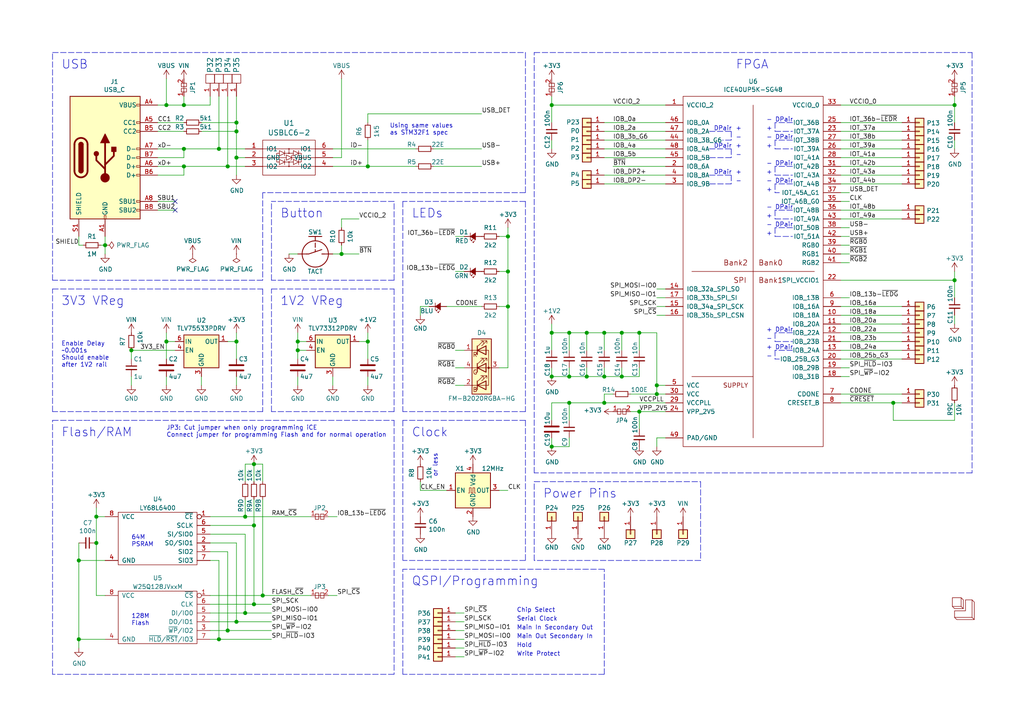
<source format=kicad_sch>
(kicad_sch (version 20201015) (generator eeschema)
  (paper "A4")
  (title_block (title "iCEBreaker Bitsy") (date "2020-10-19") (rev "v1.1b") (company "1BitSquared") (comment 1 "© 2018-2020 1BitSquared <info@1bitsquared.com>") (comment 2 "© 2018-2020 Piotr Esden-Tempski <piotr@esden.net>") (comment 3 "© 2020 Jordi Pakey-Rodriguez <jordi@1bitsquared.com>") (comment 4 "License: CC BY-SA 4.0"))
  (junction (at 22.86 162.56) (diameter 1.016))
  (junction (at 22.86 185.42) (diameter 1.016))
  (junction (at 27.94 149.86) (diameter 1.016))
  (junction (at 27.94 157.48) (diameter 1.016))
  (junction (at 30.48 71.12) (diameter 1.016))
  (junction (at 38.1 101.6) (diameter 1.016))
  (junction (at 48.26 30.48) (diameter 1.016))
  (junction (at 48.26 99.06) (diameter 1.016))
  (junction (at 53.34 30.48) (diameter 1.016))
  (junction (at 53.34 43.18) (diameter 1.016))
  (junction (at 53.34 48.26) (diameter 1.016))
  (junction (at 63.5 43.18) (diameter 1.016))
  (junction (at 63.5 185.42) (diameter 1.016))
  (junction (at 66.04 48.26) (diameter 1.016))
  (junction (at 66.04 182.88) (diameter 1.016))
  (junction (at 68.58 35.56) (diameter 1.016))
  (junction (at 68.58 38.1) (diameter 1.016))
  (junction (at 68.58 45.72) (diameter 1.016))
  (junction (at 68.58 99.06) (diameter 1.016))
  (junction (at 68.58 180.34) (diameter 1.016))
  (junction (at 71.12 149.86) (diameter 1.016))
  (junction (at 71.12 177.8) (diameter 1.016))
  (junction (at 73.66 134.62) (diameter 1.016))
  (junction (at 73.66 152.4) (diameter 1.016))
  (junction (at 73.66 175.26) (diameter 1.016))
  (junction (at 76.2 172.72) (diameter 1.016))
  (junction (at 86.36 99.06) (diameter 1.016))
  (junction (at 86.36 101.6) (diameter 1.016))
  (junction (at 99.06 73.66) (diameter 1.016))
  (junction (at 106.68 48.26) (diameter 1.016))
  (junction (at 106.68 99.06) (diameter 1.016))
  (junction (at 147.32 68.58) (diameter 1.016))
  (junction (at 147.32 78.74) (diameter 1.016))
  (junction (at 147.32 88.9) (diameter 1.016))
  (junction (at 160.02 30.48) (diameter 1.016))
  (junction (at 160.02 96.52) (diameter 1.016))
  (junction (at 160.02 109.22) (diameter 1.016))
  (junction (at 160.02 129.54) (diameter 1.016))
  (junction (at 165.1 96.52) (diameter 1.016))
  (junction (at 165.1 109.22) (diameter 1.016))
  (junction (at 165.1 116.84) (diameter 1.016))
  (junction (at 170.18 96.52) (diameter 1.016))
  (junction (at 170.18 109.22) (diameter 1.016))
  (junction (at 175.26 96.52) (diameter 1.016))
  (junction (at 175.26 109.22) (diameter 1.016))
  (junction (at 175.26 116.84) (diameter 1.016))
  (junction (at 180.34 96.52) (diameter 1.016))
  (junction (at 180.34 109.22) (diameter 1.016))
  (junction (at 185.42 96.52) (diameter 1.016))
  (junction (at 185.42 119.38) (diameter 1.016))
  (junction (at 190.5 111.76) (diameter 1.016))
  (junction (at 190.5 114.3) (diameter 1.016))
  (junction (at 259.08 116.84) (diameter 1.016))
  (junction (at 276.86 30.48) (diameter 1.016))
  (junction (at 276.86 81.28) (diameter 1.016))
  (no_connect (at 50.8 58.42))
  (no_connect (at 50.8 60.96))
  (wire (pts (xy 22.86 68.58) (xy 22.86 71.12)))
  (wire (pts (xy 22.86 71.12) (xy 24.13 71.12)))
  (wire (pts (xy 22.86 157.48) (xy 22.86 162.56)))
  (wire (pts (xy 22.86 162.56) (xy 22.86 185.42)))
  (wire (pts (xy 22.86 185.42) (xy 22.86 187.96)))
  (wire (pts (xy 22.86 185.42) (xy 30.48 185.42)))
  (wire (pts (xy 27.94 149.86) (xy 27.94 147.32)))
  (wire (pts (xy 27.94 149.86) (xy 27.94 157.48)))
  (wire (pts (xy 27.94 157.48) (xy 27.94 172.72)))
  (wire (pts (xy 27.94 172.72) (xy 30.48 172.72)))
  (wire (pts (xy 29.21 71.12) (xy 30.48 71.12)))
  (wire (pts (xy 30.48 71.12) (xy 30.48 68.58)))
  (wire (pts (xy 30.48 71.12) (xy 30.48 73.66)))
  (wire (pts (xy 30.48 149.86) (xy 27.94 149.86)))
  (wire (pts (xy 30.48 162.56) (xy 22.86 162.56)))
  (wire (pts (xy 38.1 101.6) (xy 38.1 104.14)))
  (wire (pts (xy 38.1 101.6) (xy 50.8 101.6)))
  (wire (pts (xy 38.1 111.76) (xy 38.1 109.22)))
  (wire (pts (xy 45.72 30.48) (xy 48.26 30.48)))
  (wire (pts (xy 45.72 35.56) (xy 53.34 35.56)))
  (wire (pts (xy 45.72 38.1) (xy 53.34 38.1)))
  (wire (pts (xy 45.72 43.18) (xy 53.34 43.18)))
  (wire (pts (xy 45.72 45.72) (xy 53.34 45.72)))
  (wire (pts (xy 45.72 48.26) (xy 53.34 48.26)))
  (wire (pts (xy 45.72 50.8) (xy 53.34 50.8)))
  (wire (pts (xy 45.72 58.42) (xy 50.8 58.42)))
  (wire (pts (xy 45.72 60.96) (xy 50.8 60.96)))
  (wire (pts (xy 48.26 30.48) (xy 48.26 22.86)))
  (wire (pts (xy 48.26 30.48) (xy 53.34 30.48)))
  (wire (pts (xy 48.26 99.06) (xy 48.26 96.52)))
  (wire (pts (xy 48.26 99.06) (xy 50.8 99.06)))
  (wire (pts (xy 48.26 104.14) (xy 48.26 99.06)))
  (wire (pts (xy 48.26 109.22) (xy 48.26 111.76)))
  (wire (pts (xy 53.34 27.94) (xy 53.34 30.48)))
  (wire (pts (xy 53.34 43.18) (xy 63.5 43.18)))
  (wire (pts (xy 53.34 45.72) (xy 53.34 43.18)))
  (wire (pts (xy 53.34 48.26) (xy 66.04 48.26)))
  (wire (pts (xy 53.34 50.8) (xy 53.34 48.26)))
  (wire (pts (xy 58.42 35.56) (xy 68.58 35.56)))
  (wire (pts (xy 58.42 38.1) (xy 68.58 38.1)))
  (wire (pts (xy 58.42 109.22) (xy 58.42 111.76)))
  (wire (pts (xy 60.96 27.94) (xy 60.96 30.48)))
  (wire (pts (xy 60.96 30.48) (xy 53.34 30.48)))
  (wire (pts (xy 60.96 149.86) (xy 71.12 149.86)))
  (wire (pts (xy 60.96 154.94) (xy 71.12 154.94)))
  (wire (pts (xy 60.96 157.48) (xy 68.58 157.48)))
  (wire (pts (xy 60.96 160.02) (xy 66.04 160.02)))
  (wire (pts (xy 60.96 162.56) (xy 63.5 162.56)))
  (wire (pts (xy 60.96 172.72) (xy 76.2 172.72)))
  (wire (pts (xy 60.96 175.26) (xy 73.66 175.26)))
  (wire (pts (xy 60.96 177.8) (xy 71.12 177.8)))
  (wire (pts (xy 60.96 180.34) (xy 68.58 180.34)))
  (wire (pts (xy 60.96 182.88) (xy 66.04 182.88)))
  (wire (pts (xy 60.96 185.42) (xy 63.5 185.42)))
  (wire (pts (xy 63.5 27.94) (xy 63.5 43.18)))
  (wire (pts (xy 63.5 43.18) (xy 71.12 43.18)))
  (wire (pts (xy 63.5 162.56) (xy 63.5 185.42)))
  (wire (pts (xy 63.5 185.42) (xy 78.74 185.42)))
  (wire (pts (xy 66.04 27.94) (xy 66.04 48.26)))
  (wire (pts (xy 66.04 48.26) (xy 71.12 48.26)))
  (wire (pts (xy 66.04 99.06) (xy 68.58 99.06)))
  (wire (pts (xy 66.04 160.02) (xy 66.04 182.88)))
  (wire (pts (xy 66.04 182.88) (xy 78.74 182.88)))
  (wire (pts (xy 68.58 27.94) (xy 68.58 35.56)))
  (wire (pts (xy 68.58 35.56) (xy 68.58 38.1)))
  (wire (pts (xy 68.58 38.1) (xy 68.58 45.72)))
  (wire (pts (xy 68.58 45.72) (xy 68.58 50.8)))
  (wire (pts (xy 68.58 99.06) (xy 68.58 96.52)))
  (wire (pts (xy 68.58 99.06) (xy 68.58 104.14)))
  (wire (pts (xy 68.58 111.76) (xy 68.58 109.22)))
  (wire (pts (xy 68.58 157.48) (xy 68.58 180.34)))
  (wire (pts (xy 68.58 180.34) (xy 78.74 180.34)))
  (wire (pts (xy 71.12 45.72) (xy 68.58 45.72)))
  (wire (pts (xy 71.12 134.62) (xy 71.12 139.7)))
  (wire (pts (xy 71.12 149.86) (xy 71.12 144.78)))
  (wire (pts (xy 71.12 149.86) (xy 90.17 149.86)))
  (wire (pts (xy 71.12 154.94) (xy 71.12 177.8)))
  (wire (pts (xy 71.12 177.8) (xy 78.74 177.8)))
  (wire (pts (xy 73.66 134.62) (xy 71.12 134.62)))
  (wire (pts (xy 73.66 134.62) (xy 76.2 134.62)))
  (wire (pts (xy 73.66 139.7) (xy 73.66 134.62)))
  (wire (pts (xy 73.66 152.4) (xy 60.96 152.4)))
  (wire (pts (xy 73.66 152.4) (xy 73.66 144.78)))
  (wire (pts (xy 73.66 152.4) (xy 73.66 175.26)))
  (wire (pts (xy 73.66 175.26) (xy 78.74 175.26)))
  (wire (pts (xy 76.2 134.62) (xy 76.2 139.7)))
  (wire (pts (xy 76.2 144.78) (xy 76.2 172.72)))
  (wire (pts (xy 76.2 172.72) (xy 90.17 172.72)))
  (wire (pts (xy 86.36 73.66) (xy 83.82 73.66)))
  (wire (pts (xy 86.36 99.06) (xy 86.36 96.52)))
  (wire (pts (xy 86.36 99.06) (xy 88.9 99.06)))
  (wire (pts (xy 86.36 101.6) (xy 86.36 99.06)))
  (wire (pts (xy 86.36 104.14) (xy 86.36 101.6)))
  (wire (pts (xy 86.36 109.22) (xy 86.36 111.76)))
  (wire (pts (xy 88.9 101.6) (xy 86.36 101.6)))
  (wire (pts (xy 95.25 149.86) (xy 97.79 149.86)))
  (wire (pts (xy 95.25 172.72) (xy 97.79 172.72)))
  (wire (pts (xy 96.52 43.18) (xy 120.65 43.18)))
  (wire (pts (xy 96.52 45.72) (xy 99.06 45.72)))
  (wire (pts (xy 96.52 48.26) (xy 106.68 48.26)))
  (wire (pts (xy 96.52 73.66) (xy 99.06 73.66)))
  (wire (pts (xy 96.52 109.22) (xy 96.52 111.76)))
  (wire (pts (xy 99.06 45.72) (xy 99.06 22.86)))
  (wire (pts (xy 99.06 63.5) (xy 99.06 66.04)))
  (wire (pts (xy 99.06 73.66) (xy 99.06 71.12)))
  (wire (pts (xy 99.06 73.66) (xy 104.14 73.66)))
  (wire (pts (xy 104.14 63.5) (xy 99.06 63.5)))
  (wire (pts (xy 104.14 99.06) (xy 106.68 99.06)))
  (wire (pts (xy 106.68 33.02) (xy 139.7 33.02)))
  (wire (pts (xy 106.68 35.56) (xy 106.68 33.02)))
  (wire (pts (xy 106.68 48.26) (xy 106.68 40.64)))
  (wire (pts (xy 106.68 48.26) (xy 120.65 48.26)))
  (wire (pts (xy 106.68 99.06) (xy 106.68 96.52)))
  (wire (pts (xy 106.68 99.06) (xy 106.68 104.14)))
  (wire (pts (xy 106.68 111.76) (xy 106.68 109.22)))
  (wire (pts (xy 121.92 88.9) (xy 121.92 91.44)))
  (wire (pts (xy 121.92 142.24) (xy 121.92 139.7)))
  (wire (pts (xy 121.92 142.24) (xy 129.54 142.24)))
  (wire (pts (xy 124.46 88.9) (xy 121.92 88.9)))
  (wire (pts (xy 125.73 43.18) (xy 139.7 43.18)))
  (wire (pts (xy 125.73 48.26) (xy 139.7 48.26)))
  (wire (pts (xy 129.54 88.9) (xy 139.7 88.9)))
  (wire (pts (xy 132.08 101.6) (xy 134.62 101.6)))
  (wire (pts (xy 132.08 106.68) (xy 134.62 106.68)))
  (wire (pts (xy 132.08 111.76) (xy 134.62 111.76)))
  (wire (pts (xy 132.08 177.8) (xy 134.62 177.8)))
  (wire (pts (xy 132.08 180.34) (xy 134.62 180.34)))
  (wire (pts (xy 132.08 187.96) (xy 134.62 187.96)))
  (wire (pts (xy 134.62 68.58) (xy 132.08 68.58)))
  (wire (pts (xy 134.62 78.74) (xy 132.08 78.74)))
  (wire (pts (xy 134.62 182.88) (xy 132.08 182.88)))
  (wire (pts (xy 134.62 185.42) (xy 132.08 185.42)))
  (wire (pts (xy 134.62 190.5) (xy 132.08 190.5)))
  (wire (pts (xy 144.78 68.58) (xy 147.32 68.58)))
  (wire (pts (xy 144.78 78.74) (xy 147.32 78.74)))
  (wire (pts (xy 144.78 88.9) (xy 147.32 88.9)))
  (wire (pts (xy 144.78 106.68) (xy 147.32 106.68)))
  (wire (pts (xy 144.78 142.24) (xy 147.32 142.24)))
  (wire (pts (xy 147.32 68.58) (xy 147.32 66.04)))
  (wire (pts (xy 147.32 78.74) (xy 147.32 68.58)))
  (wire (pts (xy 147.32 88.9) (xy 147.32 78.74)))
  (wire (pts (xy 147.32 106.68) (xy 147.32 88.9)))
  (wire (pts (xy 160.02 27.94) (xy 160.02 30.48)))
  (wire (pts (xy 160.02 30.48) (xy 160.02 35.56)))
  (wire (pts (xy 160.02 30.48) (xy 193.04 30.48)))
  (wire (pts (xy 160.02 43.18) (xy 160.02 40.64)))
  (wire (pts (xy 160.02 93.98) (xy 160.02 96.52)))
  (wire (pts (xy 160.02 96.52) (xy 160.02 101.6)))
  (wire (pts (xy 160.02 106.68) (xy 160.02 109.22)))
  (wire (pts (xy 160.02 109.22) (xy 165.1 109.22)))
  (wire (pts (xy 160.02 116.84) (xy 165.1 116.84)))
  (wire (pts (xy 160.02 121.92) (xy 160.02 116.84)))
  (wire (pts (xy 160.02 127) (xy 160.02 129.54)))
  (wire (pts (xy 160.02 129.54) (xy 165.1 129.54)))
  (wire (pts (xy 165.1 96.52) (xy 160.02 96.52)))
  (wire (pts (xy 165.1 96.52) (xy 165.1 101.6)))
  (wire (pts (xy 165.1 106.68) (xy 165.1 109.22)))
  (wire (pts (xy 165.1 109.22) (xy 170.18 109.22)))
  (wire (pts (xy 165.1 116.84) (xy 165.1 121.92)))
  (wire (pts (xy 165.1 127) (xy 165.1 129.54)))
  (wire (pts (xy 170.18 96.52) (xy 165.1 96.52)))
  (wire (pts (xy 170.18 96.52) (xy 170.18 101.6)))
  (wire (pts (xy 170.18 109.22) (xy 170.18 106.68)))
  (wire (pts (xy 175.26 96.52) (xy 170.18 96.52)))
  (wire (pts (xy 175.26 96.52) (xy 175.26 101.6)))
  (wire (pts (xy 175.26 106.68) (xy 175.26 109.22)))
  (wire (pts (xy 175.26 109.22) (xy 170.18 109.22)))
  (wire (pts (xy 175.26 114.3) (xy 175.26 116.84)))
  (wire (pts (xy 175.26 116.84) (xy 165.1 116.84)))
  (wire (pts (xy 177.8 114.3) (xy 175.26 114.3)))
  (wire (pts (xy 180.34 96.52) (xy 175.26 96.52)))
  (wire (pts (xy 180.34 96.52) (xy 180.34 101.6)))
  (wire (pts (xy 180.34 106.68) (xy 180.34 109.22)))
  (wire (pts (xy 180.34 109.22) (xy 175.26 109.22)))
  (wire (pts (xy 182.88 119.38) (xy 185.42 119.38)))
  (wire (pts (xy 185.42 96.52) (xy 180.34 96.52)))
  (wire (pts (xy 185.42 96.52) (xy 185.42 101.6)))
  (wire (pts (xy 185.42 106.68) (xy 185.42 109.22)))
  (wire (pts (xy 185.42 109.22) (xy 180.34 109.22)))
  (wire (pts (xy 185.42 119.38) (xy 193.04 119.38)))
  (wire (pts (xy 185.42 124.46) (xy 185.42 119.38)))
  (wire (pts (xy 190.5 96.52) (xy 185.42 96.52)))
  (wire (pts (xy 190.5 96.52) (xy 190.5 111.76)))
  (wire (pts (xy 190.5 111.76) (xy 190.5 114.3)))
  (wire (pts (xy 190.5 114.3) (xy 182.88 114.3)))
  (wire (pts (xy 190.5 127) (xy 190.5 129.54)))
  (wire (pts (xy 193.04 35.56) (xy 175.26 35.56)))
  (wire (pts (xy 193.04 38.1) (xy 175.26 38.1)))
  (wire (pts (xy 193.04 40.64) (xy 175.26 40.64)))
  (wire (pts (xy 193.04 43.18) (xy 175.26 43.18)))
  (wire (pts (xy 193.04 45.72) (xy 175.26 45.72)))
  (wire (pts (xy 193.04 48.26) (xy 177.8 48.26)))
  (wire (pts (xy 193.04 50.8) (xy 175.26 50.8)))
  (wire (pts (xy 193.04 53.34) (xy 175.26 53.34)))
  (wire (pts (xy 193.04 83.82) (xy 190.5 83.82)))
  (wire (pts (xy 193.04 86.36) (xy 190.5 86.36)))
  (wire (pts (xy 193.04 88.9) (xy 190.5 88.9)))
  (wire (pts (xy 193.04 91.44) (xy 190.5 91.44)))
  (wire (pts (xy 193.04 111.76) (xy 190.5 111.76)))
  (wire (pts (xy 193.04 114.3) (xy 190.5 114.3)))
  (wire (pts (xy 193.04 116.84) (xy 175.26 116.84)))
  (wire (pts (xy 193.04 127) (xy 190.5 127)))
  (wire (pts (xy 243.84 30.48) (xy 276.86 30.48)))
  (wire (pts (xy 243.84 35.56) (xy 261.62 35.56)))
  (wire (pts (xy 243.84 38.1) (xy 261.62 38.1)))
  (wire (pts (xy 243.84 40.64) (xy 261.62 40.64)))
  (wire (pts (xy 243.84 43.18) (xy 261.62 43.18)))
  (wire (pts (xy 243.84 45.72) (xy 261.62 45.72)))
  (wire (pts (xy 243.84 48.26) (xy 261.62 48.26)))
  (wire (pts (xy 243.84 50.8) (xy 261.62 50.8)))
  (wire (pts (xy 243.84 53.34) (xy 261.62 53.34)))
  (wire (pts (xy 243.84 55.88) (xy 246.38 55.88)))
  (wire (pts (xy 243.84 58.42) (xy 246.38 58.42)))
  (wire (pts (xy 243.84 60.96) (xy 261.62 60.96)))
  (wire (pts (xy 243.84 63.5) (xy 261.62 63.5)))
  (wire (pts (xy 243.84 66.04) (xy 246.38 66.04)))
  (wire (pts (xy 243.84 68.58) (xy 246.38 68.58)))
  (wire (pts (xy 243.84 71.12) (xy 246.38 71.12)))
  (wire (pts (xy 243.84 73.66) (xy 246.38 73.66)))
  (wire (pts (xy 243.84 76.2) (xy 246.38 76.2)))
  (wire (pts (xy 243.84 81.28) (xy 276.86 81.28)))
  (wire (pts (xy 243.84 86.36) (xy 246.38 86.36)))
  (wire (pts (xy 243.84 88.9) (xy 261.62 88.9)))
  (wire (pts (xy 243.84 91.44) (xy 261.62 91.44)))
  (wire (pts (xy 243.84 93.98) (xy 261.62 93.98)))
  (wire (pts (xy 243.84 96.52) (xy 261.62 96.52)))
  (wire (pts (xy 243.84 99.06) (xy 261.62 99.06)))
  (wire (pts (xy 243.84 101.6) (xy 261.62 101.6)))
  (wire (pts (xy 243.84 104.14) (xy 261.62 104.14)))
  (wire (pts (xy 243.84 106.68) (xy 246.38 106.68)))
  (wire (pts (xy 243.84 109.22) (xy 246.38 109.22)))
  (wire (pts (xy 243.84 114.3) (xy 261.62 114.3)))
  (wire (pts (xy 243.84 116.84) (xy 259.08 116.84)))
  (wire (pts (xy 259.08 116.84) (xy 259.08 121.92)))
  (wire (pts (xy 259.08 116.84) (xy 261.62 116.84)))
  (wire (pts (xy 259.08 121.92) (xy 276.86 121.92)))
  (wire (pts (xy 276.86 27.94) (xy 276.86 30.48)))
  (wire (pts (xy 276.86 30.48) (xy 276.86 35.56)))
  (wire (pts (xy 276.86 43.18) (xy 276.86 40.64)))
  (wire (pts (xy 276.86 81.28) (xy 276.86 78.74)))
  (wire (pts (xy 276.86 81.28) (xy 276.86 86.36)))
  (wire (pts (xy 276.86 93.98) (xy 276.86 91.44)))
  (wire (pts (xy 276.86 121.92) (xy 276.86 116.84)))
  (polyline (pts (xy 15.24 15.24) (xy 152.4 15.24)) (stroke (width 0) (type dash)))
  (polyline (pts (xy 15.24 81.28) (xy 15.24 15.24)) (stroke (width 0) (type dash)))
  (polyline (pts (xy 15.24 83.82) (xy 76.2 83.82)) (stroke (width 0) (type dash)))
  (polyline (pts (xy 15.24 119.38) (xy 15.24 83.82)) (stroke (width 0) (type dash)))
  (polyline (pts (xy 15.24 121.92) (xy 114.3 121.92)) (stroke (width 0) (type dash)))
  (polyline (pts (xy 15.24 195.58) (xy 15.24 121.92)) (stroke (width 0) (type dash)))
  (polyline (pts (xy 76.2 55.88) (xy 76.2 81.28)) (stroke (width 0) (type dash)))
  (polyline (pts (xy 76.2 81.28) (xy 15.24 81.28)) (stroke (width 0) (type dash)))
  (polyline (pts (xy 76.2 83.82) (xy 76.2 119.38)) (stroke (width 0) (type dash)))
  (polyline (pts (xy 76.2 119.38) (xy 15.24 119.38)) (stroke (width 0) (type dash)))
  (polyline (pts (xy 78.74 81.28) (xy 78.74 58.42)) (stroke (width 0) (type dash)))
  (polyline (pts (xy 78.74 83.82) (xy 114.3 83.82)) (stroke (width 0) (type dash)))
  (polyline (pts (xy 78.74 119.38) (xy 78.74 83.82)) (stroke (width 0) (type dash)))
  (polyline (pts (xy 114.3 58.42) (xy 78.74 58.42)) (stroke (width 0) (type dash)))
  (polyline (pts (xy 114.3 81.28) (xy 78.74 81.28)) (stroke (width 0) (type dash)))
  (polyline (pts (xy 114.3 81.28) (xy 114.3 58.42)) (stroke (width 0) (type dash)))
  (polyline (pts (xy 114.3 83.82) (xy 114.3 119.38)) (stroke (width 0) (type dash)))
  (polyline (pts (xy 114.3 119.38) (xy 78.74 119.38)) (stroke (width 0) (type dash)))
  (polyline (pts (xy 114.3 121.92) (xy 114.3 195.58)) (stroke (width 0) (type dash)))
  (polyline (pts (xy 114.3 195.58) (xy 15.24 195.58)) (stroke (width 0) (type dash)))
  (polyline (pts (xy 116.84 58.42) (xy 116.84 119.38)) (stroke (width 0) (type dash)))
  (polyline (pts (xy 116.84 121.92) (xy 116.84 162.56)) (stroke (width 0) (type dash)))
  (polyline (pts (xy 116.84 195.58) (xy 116.84 165.1)) (stroke (width 0) (type dash)))
  (polyline (pts (xy 152.4 15.24) (xy 152.4 55.88)) (stroke (width 0) (type dash)))
  (polyline (pts (xy 152.4 55.88) (xy 76.2 55.88)) (stroke (width 0) (type dash)))
  (polyline (pts (xy 152.4 58.42) (xy 116.84 58.42)) (stroke (width 0) (type dash)))
  (polyline (pts (xy 152.4 58.42) (xy 152.4 119.38)) (stroke (width 0) (type dash)))
  (polyline (pts (xy 152.4 119.38) (xy 116.84 119.38)) (stroke (width 0) (type dash)))
  (polyline (pts (xy 152.4 121.92) (xy 116.84 121.92)) (stroke (width 0) (type dash)))
  (polyline (pts (xy 152.4 121.92) (xy 152.4 162.56)) (stroke (width 0) (type dash)))
  (polyline (pts (xy 152.4 162.56) (xy 116.84 162.56)) (stroke (width 0) (type dash)))
  (polyline (pts (xy 154.94 15.24) (xy 281.94 15.24)) (stroke (width 0) (type dash)))
  (polyline (pts (xy 154.94 137.16) (xy 154.94 15.24)) (stroke (width 0) (type dash)))
  (polyline (pts (xy 154.94 139.7) (xy 203.2 139.7)) (stroke (width 0) (type dash)))
  (polyline (pts (xy 154.94 162.56) (xy 154.94 139.7)) (stroke (width 0) (type dash)))
  (polyline (pts (xy 175.26 165.1) (xy 116.84 165.1)) (stroke (width 0) (type dash)))
  (polyline (pts (xy 175.26 195.58) (xy 116.84 195.58)) (stroke (width 0) (type dash)))
  (polyline (pts (xy 175.26 195.58) (xy 175.26 165.1)) (stroke (width 0) (type dash)))
  (polyline (pts (xy 203.2 139.7) (xy 203.2 162.56)) (stroke (width 0) (type dash)))
  (polyline (pts (xy 203.2 162.56) (xy 154.94 162.56)) (stroke (width 0) (type dash)))
  (polyline (pts (xy 205.74 38.1) (xy 212.09 38.1)) (stroke (width 0) (type dash)))
  (polyline (pts (xy 205.74 43.18) (xy 212.09 43.18)) (stroke (width 0) (type dash)))
  (polyline (pts (xy 205.74 50.8) (xy 212.09 50.8)) (stroke (width 0) (type dash)))
  (polyline (pts (xy 212.09 38.1) (xy 212.09 40.64)) (stroke (width 0) (type dash)))
  (polyline (pts (xy 212.09 40.64) (xy 209.55 40.64)) (stroke (width 0) (type dash)))
  (polyline (pts (xy 212.09 43.18) (xy 212.09 45.72)) (stroke (width 0) (type dash)))
  (polyline (pts (xy 212.09 45.72) (xy 205.74 45.72)) (stroke (width 0) (type dash)))
  (polyline (pts (xy 212.09 50.8) (xy 212.09 53.34)) (stroke (width 0) (type dash)))
  (polyline (pts (xy 212.09 53.34) (xy 205.74 53.34)) (stroke (width 0) (type dash)))
  (polyline (pts (xy 224.79 35.56) (xy 224.79 38.1)) (stroke (width 0) (type dash)))
  (polyline (pts (xy 224.79 38.1) (xy 229.87 38.1)) (stroke (width 0) (type dash)))
  (polyline (pts (xy 224.79 40.64) (xy 224.79 43.18)) (stroke (width 0) (type dash)))
  (polyline (pts (xy 224.79 43.18) (xy 229.87 43.18)) (stroke (width 0) (type dash)))
  (polyline (pts (xy 224.79 48.26) (xy 224.79 50.8)) (stroke (width 0) (type dash)))
  (polyline (pts (xy 224.79 50.8) (xy 229.87 50.8)) (stroke (width 0) (type dash)))
  (polyline (pts (xy 224.79 53.34) (xy 224.79 55.88)) (stroke (width 0) (type dash)))
  (polyline (pts (xy 224.79 55.88) (xy 226.06 55.88)) (stroke (width 0) (type dash)))
  (polyline (pts (xy 224.79 60.96) (xy 224.79 63.5)) (stroke (width 0) (type dash)))
  (polyline (pts (xy 224.79 63.5) (xy 229.87 63.5)) (stroke (width 0) (type dash)))
  (polyline (pts (xy 224.79 66.04) (xy 224.79 68.58)) (stroke (width 0) (type dash)))
  (polyline (pts (xy 224.79 68.58) (xy 229.87 68.58)) (stroke (width 0) (type dash)))
  (polyline (pts (xy 224.79 96.52) (xy 224.79 99.06)) (stroke (width 0) (type dash)))
  (polyline (pts (xy 224.79 99.06) (xy 229.87 99.06)) (stroke (width 0) (type dash)))
  (polyline (pts (xy 224.79 101.6) (xy 224.79 104.14)) (stroke (width 0) (type dash)))
  (polyline (pts (xy 224.79 104.14) (xy 226.06 104.14)) (stroke (width 0) (type dash)))
  (polyline (pts (xy 229.87 35.56) (xy 224.79 35.56)) (stroke (width 0) (type dash)))
  (polyline (pts (xy 229.87 40.64) (xy 224.79 40.64)) (stroke (width 0) (type dash)))
  (polyline (pts (xy 229.87 48.26) (xy 224.79 48.26)) (stroke (width 0) (type dash)))
  (polyline (pts (xy 229.87 53.34) (xy 224.79 53.34)) (stroke (width 0) (type dash)))
  (polyline (pts (xy 229.87 60.96) (xy 224.79 60.96)) (stroke (width 0) (type dash)))
  (polyline (pts (xy 229.87 66.04) (xy 224.79 66.04)) (stroke (width 0) (type dash)))
  (polyline (pts (xy 229.87 96.52) (xy 224.79 96.52)) (stroke (width 0) (type dash)))
  (polyline (pts (xy 229.87 101.6) (xy 224.79 101.6)) (stroke (width 0) (type dash)))
  (polyline (pts (xy 281.94 15.24) (xy 281.94 137.16)) (stroke (width 0) (type dash)))
  (polyline (pts (xy 281.94 137.16) (xy 154.94 137.16)) (stroke (width 0) (type dash)))
  (text "USB" (at 17.78 20.32 0) (effects (font (size 2.54 2.54)) (justify left bottom)))
  (text "3V3 VReg" (at 17.78 88.9 0) (effects (font (size 2.54 2.54)) (justify left bottom)))
  (text "Enable Delay\n~~0.001s\nShould enable\nafter 1V2 rail" (at 17.78 106.68 0) (effects (font (size 1.27 1.27)) (justify left bottom)))
  (text "Flash/RAM" (at 17.78 127 0) (effects (font (size 2.54 2.54)) (justify left bottom)))
  (text "64M\nPSRAM" (at 38.1 158.75 0) (effects (font (size 1.27 1.27)) (justify left bottom)))
  (text "128M\nFlash" (at 38.1 181.61 0) (effects (font (size 1.27 1.27)) (justify left bottom)))
  (text "JP3: Cut jumper when only programming iCE\nConnect jumper for programming Flash and for normal operation" (at 48.26 127 0) (effects (font (size 1.27 1.27)) (justify left bottom)))
  (text "Button" (at 81.28 63.5 0) (effects (font (size 2.54 2.54)) (justify left bottom)))
  (text "1V2 VReg" (at 81.28 88.9 0) (effects (font (size 2.54 2.54)) (justify left bottom)))
  (text "Using same values\nas STM32F1 spec" (at 113.03 39.37 0) (effects (font (size 1.27 1.27)) (justify left bottom)))
  (text "LEDs" (at 119.38 63.5 0) (effects (font (size 2.54 2.54)) (justify left bottom)))
  (text "Clock" (at 119.38 127 0) (effects (font (size 2.54 2.54)) (justify left bottom)))
  (text "QSPI/Programming" (at 119.38 170.18 0) (effects (font (size 2.54 2.54)) (justify left bottom)))
  (text "or less" (at 127 138.43 90) (effects (font (size 1.27 1.27)) (justify left bottom)))
  (text "Chip Select" (at 149.86 177.8 0) (effects (font (size 1.27 1.27)) (justify left bottom)))
  (text "Serial Clock" (at 149.86 180.34 0) (effects (font (size 1.27 1.27)) (justify left bottom)))
  (text "Main In Secondary Out" (at 149.86 182.88 0) (effects (font (size 1.27 1.27)) (justify left bottom)))
  (text "Main Out Secondary In" (at 149.86 185.42 0) (effects (font (size 1.27 1.27)) (justify left bottom)))
  (text "Hold" (at 149.86 187.96 0) (effects (font (size 1.27 1.27)) (justify left bottom)))
  (text "Write Protect" (at 149.86 190.5 0) (effects (font (size 1.27 1.27)) (justify left bottom)))
  (text "Power Pins" (at 157.48 144.78 0) (effects (font (size 2.54 2.54)) (justify left bottom)))
  (text "DPair" (at 207.01 38.1 0) (effects (font (size 1.27 1.27)) (justify left bottom)))
  (text "DPair" (at 207.01 43.18 0) (effects (font (size 1.27 1.27)) (justify left bottom)))
  (text "DPair" (at 207.01 50.8 0) (effects (font (size 1.27 1.27)) (justify left bottom)))
  (text "FPGA" (at 213.36 20.32 0) (effects (font (size 2.54 2.54)) (justify left bottom)))
  (text "+" (at 213.36 38.1 0) (effects (font (size 1.27 1.27)) (justify left bottom)))
  (text "-" (at 213.36 40.64 0) (effects (font (size 1.27 1.27)) (justify left bottom)))
  (text "+" (at 213.36 43.18 0) (effects (font (size 1.27 1.27)) (justify left bottom)))
  (text "-" (at 213.36 45.72 0) (effects (font (size 1.27 1.27)) (justify left bottom)))
  (text "+" (at 213.36 50.8 0) (effects (font (size 1.27 1.27)) (justify left bottom)))
  (text "-" (at 213.36 53.34 0) (effects (font (size 1.27 1.27)) (justify left bottom)))
  (text "-" (at 222.25 35.56 0) (effects (font (size 1.27 1.27)) (justify left bottom)))
  (text "+" (at 222.25 38.1 0) (effects (font (size 1.27 1.27)) (justify left bottom)))
  (text "-" (at 222.25 40.64 0) (effects (font (size 1.27 1.27)) (justify left bottom)))
  (text "+" (at 222.25 43.18 0) (effects (font (size 1.27 1.27)) (justify left bottom)))
  (text "-" (at 222.25 48.26 0) (effects (font (size 1.27 1.27)) (justify left bottom)))
  (text "+" (at 222.25 50.8 0) (effects (font (size 1.27 1.27)) (justify left bottom)))
  (text "-" (at 222.25 53.34 0) (effects (font (size 1.27 1.27)) (justify left bottom)))
  (text "+" (at 222.25 55.88 0) (effects (font (size 1.27 1.27)) (justify left bottom)))
  (text "-" (at 222.25 60.96 0) (effects (font (size 1.27 1.27)) (justify left bottom)))
  (text "+" (at 222.25 63.5 0) (effects (font (size 1.27 1.27)) (justify left bottom)))
  (text "-" (at 222.25 66.04 0) (effects (font (size 1.27 1.27)) (justify left bottom)))
  (text "+" (at 222.25 68.58 0) (effects (font (size 1.27 1.27)) (justify left bottom)))
  (text "+" (at 222.25 96.52 0) (effects (font (size 1.27 1.27)) (justify left bottom)))
  (text "-" (at 222.25 99.06 0) (effects (font (size 1.27 1.27)) (justify left bottom)))
  (text "+" (at 222.25 101.6 0) (effects (font (size 1.27 1.27)) (justify left bottom)))
  (text "-" (at 222.25 104.14 0) (effects (font (size 1.27 1.27)) (justify left bottom)))
  (text "DPair" (at 224.79 35.56 0) (effects (font (size 1.27 1.27)) (justify left bottom)))
  (text "DPair" (at 224.79 40.64 0) (effects (font (size 1.27 1.27)) (justify left bottom)))
  (text "DPair" (at 224.79 48.26 0) (effects (font (size 1.27 1.27)) (justify left bottom)))
  (text "DPair" (at 224.79 53.34 0) (effects (font (size 1.27 1.27)) (justify left bottom)))
  (text "DPair" (at 224.79 60.96 0) (effects (font (size 1.27 1.27)) (justify left bottom)))
  (text "DPair" (at 224.79 66.04 0) (effects (font (size 1.27 1.27)) (justify left bottom)))
  (text "DPair" (at 224.79 96.52 0) (effects (font (size 1.27 1.27)) (justify left bottom)))
  (text "DPair" (at 224.79 101.6 0) (effects (font (size 1.27 1.27)) (justify left bottom)))
  (label "SHIELD" (at 22.86 71.12 180))
  (label "3V3_EN" (at 40.64 101.6 0))
  (label "CC1" (at 45.72 35.56 0))
  (label "CC2" (at 45.72 38.1 0))
  (label "xD-" (at 45.72 43.18 0))
  (label "xD+" (at 45.72 48.26 0))
  (label "SBU1" (at 50.8 58.42 180))
  (label "SBU2" (at 50.8 60.96 180))
  (label "RAM_~CS" (at 78.74 149.86 0))
  (label "FLASH_~CS" (at 78.74 172.72 0))
  (label "SPI_SCK" (at 78.74 175.26 0))
  (label "SPI_MOSI-IO0" (at 78.74 177.8 0))
  (label "SPI_MISO-IO1" (at 78.74 180.34 0))
  (label "SPI_~WP~-IO2" (at 78.74 182.88 0))
  (label "SPI_~HLD~-IO3" (at 78.74 185.42 0))
  (label "IOB_13b-~LEDG" (at 97.79 149.86 0))
  (label "SPI_~CS" (at 97.79 172.72 0))
  (label "iD-" (at 101.6 43.18 0))
  (label "iD+" (at 101.6 48.26 0))
  (label "VCCIO_2" (at 104.14 63.5 0))
  (label "~BTN" (at 104.14 73.66 0))
  (label "CLK_EN" (at 121.92 142.24 0))
  (label "IOT_36b-~LEDR" (at 132.08 68.58 180))
  (label "IOB_13b-~LEDG" (at 132.08 78.74 180))
  (label "CDONE" (at 132.08 88.9 0))
  (label "~RGB0" (at 132.08 101.6 180))
  (label "~RGB1" (at 132.08 106.68 180))
  (label "~RGB2" (at 132.08 111.76 180))
  (label "SPI_~CS" (at 134.62 177.8 0))
  (label "SPI_SCK" (at 134.62 180.34 0))
  (label "SPI_MISO-IO1" (at 134.62 182.88 0))
  (label "SPI_MOSI-IO0" (at 134.62 185.42 0))
  (label "SPI_~HLD~-IO3" (at 134.62 187.96 0))
  (label "SPI_~WP~-IO2" (at 134.62 190.5 0))
  (label "USB_DET" (at 139.7 33.02 0))
  (label "USB-" (at 139.7 43.18 0))
  (label "USB+" (at 139.7 48.26 0))
  (label "CLK" (at 147.32 142.24 0))
  (label "VCCIO_2" (at 177.8 30.48 0))
  (label "IOB_0a" (at 177.8 35.56 0))
  (label "IOB_2a" (at 177.8 38.1 0))
  (label "IOB_3b_G6" (at 177.8 40.64 0))
  (label "IOB_4a" (at 177.8 43.18 0))
  (label "IOB_5b" (at 177.8 45.72 0))
  (label "~BTN" (at 177.8 48.26 0))
  (label "IOB_DP2+" (at 177.8 50.8 0))
  (label "IOB_DP2-" (at 177.8 53.34 0))
  (label "VCCPLL" (at 185.42 116.84 0))
  (label "VPP_2V5" (at 185.42 119.38 0))
  (label "SPI_MOSI-IO0" (at 190.5 83.82 180))
  (label "SPI_MISO-IO1" (at 190.5 86.36 180))
  (label "SPI_SCK" (at 190.5 88.9 180))
  (label "SPI_~CS" (at 190.5 91.44 180))
  (label "VCCIO_0" (at 246.38 30.48 0))
  (label "IOT_36b-~LEDR" (at 246.38 35.56 0))
  (label "IOT_37a" (at 246.38 38.1 0))
  (label "IOT_38b" (at 246.38 40.64 0))
  (label "IOT_39a" (at 246.38 43.18 0))
  (label "IOT_41a" (at 246.38 45.72 0))
  (label "IOT_42b" (at 246.38 48.26 0))
  (label "IOT_43a" (at 246.38 50.8 0))
  (label "IOT_44b" (at 246.38 53.34 0))
  (label "USB_DET" (at 246.38 55.88 0))
  (label "CLK" (at 246.38 58.42 0))
  (label "IOT_48b" (at 246.38 60.96 0))
  (label "IOT_49a" (at 246.38 63.5 0))
  (label "USB-" (at 246.38 66.04 0))
  (label "USB+" (at 246.38 68.58 0))
  (label "~RGB0" (at 246.38 71.12 0))
  (label "~RGB1" (at 246.38 73.66 0))
  (label "~RGB2" (at 246.38 76.2 0))
  (label "IOB_13b-~LEDG" (at 246.38 86.36 0))
  (label "IOB_16a" (at 246.38 88.9 0))
  (label "IOB_18a" (at 246.38 91.44 0))
  (label "IOB_20a" (at 246.38 93.98 0))
  (label "IOB_22a" (at 246.38 96.52 0))
  (label "IOB_23b" (at 246.38 99.06 0))
  (label "IOB_24a" (at 246.38 101.6 0))
  (label "IOB_25b_G3" (at 246.38 104.14 0))
  (label "SPI_~HLD~-IO3" (at 246.38 106.68 0))
  (label "SPI_~WP~-IO2" (at 246.38 109.22 0))
  (label "CDONE" (at 246.38 114.3 0))
  (label "~CRESET" (at 246.38 116.84 0))
  (symbol (lib_id "power:PWR_FLAG") (at 30.48 71.12 270) (unit 1)
    (property "Reference" "#FLG0101" (effects hide))
    (property "Value" "PWR_FLAG" (at 33.7312 71.12 90) (effects (justify left)))
  )
  (symbol (lib_id "power:PWR_FLAG") (at 55.88 73.66 180) (unit 1)
    (property "Reference" "#FLG0102" (effects hide))
    (property "Value" "PWR_FLAG" (at 55.88 78.0542 0))
  )
  (symbol (lib_id "power:PWR_FLAG") (at 68.58 73.66 180) (unit 1)
    (property "Reference" "#FLG0103" (effects hide))
    (property "Value" "PWR_FLAG" (at 68.58 78.0542 0))
  )
  (symbol (lib_id "power:+3V3") (at 27.94 147.32 0) (unit 1)
    (property "Reference" "#PWR040" (effects hide))
    (property "Value" "+3V3" (at 27.94 143.51 0))
  )
  (symbol (lib_id "pkl_power:VIN") (at 38.1 96.52 0) (unit 1)
    (property "Reference" "#PWR0115" (effects hide))
    (property "Value" "VIN" (at 38.1 92.71 0))
  )
  (symbol (lib_id "power:VBUS") (at 48.26 22.86 0) (unit 1)
    (property "Reference" "#PWR0104" (effects hide))
    (property "Value" "VBUS" (at 48.26 19.05 0))
  )
  (symbol (lib_id "pkl_power:VIN") (at 48.26 96.52 0) (unit 1)
    (property "Reference" "#PWR0106" (effects hide))
    (property "Value" "VIN" (at 48.26 92.71 0))
  )
  (symbol (lib_id "pkl_power:VIN") (at 53.34 22.86 0) (unit 1)
    (property "Reference" "#PWR0108" (effects hide))
    (property "Value" "VIN" (at 53.34 19.05 0))
  )
  (symbol (lib_id "power:VBUS") (at 55.88 73.66 0) (unit 1)
    (property "Reference" "#PWR0122" (effects hide))
    (property "Value" "VBUS" (at 55.88 69.85 0))
  )
  (symbol (lib_id "pkl_power:VIN") (at 68.58 73.66 0) (unit 1)
    (property "Reference" "#PWR0123" (effects hide))
    (property "Value" "VIN" (at 68.58 69.85 0))
  )
  (symbol (lib_id "power:+3V3") (at 68.58 96.52 0) (unit 1)
    (property "Reference" "#PWR084" (effects hide))
    (property "Value" "+3V3" (at 68.58 92.71 0))
  )
  (symbol (lib_id "power:+3V3") (at 73.66 134.62 0) (unit 1)
    (property "Reference" "#PWR0125" (effects hide))
    (property "Value" "+3V3" (at 73.66 130.81 0))
  )
  (symbol (lib_id "pkl_power:VIN") (at 86.36 96.52 0) (unit 1)
    (property "Reference" "#PWR0107" (effects hide))
    (property "Value" "VIN" (at 86.36 92.71 0))
  )
  (symbol (lib_id "power:VBUS") (at 99.06 22.86 0) (unit 1)
    (property "Reference" "#PWR0105" (effects hide))
    (property "Value" "VBUS" (at 99.06 19.05 0))
  )
  (symbol (lib_id "power:+1V2") (at 106.68 96.52 0) (unit 1)
    (property "Reference" "#PWR088" (effects hide))
    (property "Value" "+1V2" (at 106.68 92.71 0))
  )
  (symbol (lib_id "power:+3V3") (at 121.92 134.62 0) (unit 1)
    (property "Reference" "#PWR03" (effects hide))
    (property "Value" "+3V3" (at 121.92 130.81 0))
  )
  (symbol (lib_id "power:+3V3") (at 121.92 149.86 0) (unit 1)
    (property "Reference" "#PWR0102" (effects hide))
    (property "Value" "+3V3" (at 121.92 146.05 0))
  )
  (symbol (lib_id "power:+3V3") (at 137.16 134.62 0) (unit 1)
    (property "Reference" "#PWR02" (effects hide))
    (property "Value" "+3V3" (at 137.16 130.81 0))
  )
  (symbol (lib_id "power:+3V3") (at 147.32 66.04 0) (unit 1)
    (property "Reference" "#PWR0110" (effects hide))
    (property "Value" "+3V3" (at 147.32 62.23 0))
  )
  (symbol (lib_id "power:+3V3") (at 160.02 22.86 0) (unit 1)
    (property "Reference" "#PWR043" (effects hide))
    (property "Value" "+3V3" (at 160.02 19.05 0))
  )
  (symbol (lib_id "power:+1V2") (at 160.02 93.98 0) (unit 1)
    (property "Reference" "#PWR039" (effects hide))
    (property "Value" "+1V2" (at 160.02 90.17 0))
  )
  (symbol (lib_id "power:+3V3") (at 177.8 119.38 90) (unit 1)
    (property "Reference" "#PWR0116" (effects hide))
    (property "Value" "+3V3" (at 174.5488 118.999 90) (effects (justify left)))
  )
  (symbol (lib_id "power:+3V3") (at 182.88 149.86 0) (unit 1)
    (property "Reference" "#PWR04" (effects hide))
    (property "Value" "+3V3" (at 182.88 146.05 0))
  )
  (symbol (lib_id "power:+3V3") (at 190.5 149.86 0) (unit 1)
    (property "Reference" "#PWR0128" (effects hide))
    (property "Value" "+3V3" (at 190.5 146.05 0))
  )
  (symbol (lib_id "pkl_power:VIN") (at 198.12 149.86 0) (unit 1)
    (property "Reference" "#PWR0109" (effects hide))
    (property "Value" "VIN" (at 198.12 146.05 0))
  )
  (symbol (lib_id "power:+3V3") (at 276.86 22.86 0) (unit 1)
    (property "Reference" "#PWR046" (effects hide))
    (property "Value" "+3V3" (at 276.86 19.05 0))
  )
  (symbol (lib_id "power:+3V3") (at 276.86 78.74 0) (unit 1)
    (property "Reference" "#PWR0124" (effects hide))
    (property "Value" "+3V3" (at 276.86 74.93 0))
  )
  (symbol (lib_id "power:+3V3") (at 276.86 111.76 0) (unit 1)
    (property "Reference" "#PWR0121" (effects hide))
    (property "Value" "+3V3" (at 276.86 107.95 0))
  )
  (symbol (lib_id "power:GND") (at 22.86 187.96 0) (unit 1)
    (property "Reference" "#PWR041" (effects hide))
    (property "Value" "GND" (at 22.987 192.4304 0))
  )
  (symbol (lib_id "power:GND") (at 30.48 73.66 0) (unit 1)
    (property "Reference" "#PWR06" (effects hide))
    (property "Value" "GND" (at 30.607 78.1304 0))
  )
  (symbol (lib_id "power:GND") (at 38.1 111.76 0) (unit 1)
    (property "Reference" "#PWR0114" (effects hide))
    (property "Value" "GND" (at 38.1 115.57 0))
  )
  (symbol (lib_id "power:GND") (at 48.26 111.76 0) (unit 1)
    (property "Reference" "#PWR081" (effects hide))
    (property "Value" "GND" (at 48.26 115.57 0))
  )
  (symbol (lib_id "power:GND") (at 58.42 111.76 0) (unit 1)
    (property "Reference" "#PWR082" (effects hide))
    (property "Value" "GND" (at 58.42 115.57 0))
  )
  (symbol (lib_id "power:GND") (at 68.58 50.8 0) (unit 1)
    (property "Reference" "#PWR0103" (effects hide))
    (property "Value" "GND" (at 68.707 55.2704 0))
  )
  (symbol (lib_id "power:GND") (at 68.58 111.76 0) (unit 1)
    (property "Reference" "#PWR0113" (effects hide))
    (property "Value" "GND" (at 68.58 115.57 0))
  )
  (symbol (lib_id "power:GND") (at 83.82 73.66 0) (unit 1)
    (property "Reference" "#PWR0117" (effects hide))
    (property "Value" "GND" (at 83.947 78.1304 0))
  )
  (symbol (lib_id "power:GND") (at 86.36 111.76 0) (unit 1)
    (property "Reference" "#PWR085" (effects hide))
    (property "Value" "GND" (at 86.36 115.57 0))
  )
  (symbol (lib_id "power:GND") (at 96.52 111.76 0) (unit 1)
    (property "Reference" "#PWR086" (effects hide))
    (property "Value" "GND" (at 96.52 115.57 0))
  )
  (symbol (lib_id "power:GND") (at 106.68 111.76 0) (unit 1)
    (property "Reference" "#PWR0112" (effects hide))
    (property "Value" "GND" (at 106.68 115.57 0))
  )
  (symbol (lib_id "power:GND") (at 121.92 91.44 0) (unit 1)
    (property "Reference" "#PWR077" (effects hide))
    (property "Value" "GND" (at 121.92 95.25 0))
  )
  (symbol (lib_id "power:GND") (at 121.92 154.94 0) (unit 1)
    (property "Reference" "#PWR0101" (effects hide))
    (property "Value" "GND" (at 122.047 159.4104 0))
  )
  (symbol (lib_id "power:GND") (at 137.16 149.86 0) (unit 1)
    (property "Reference" "#PWR05" (effects hide))
    (property "Value" "GND" (at 137.287 154.3304 0))
  )
  (symbol (lib_id "power:GND") (at 160.02 43.18 0) (unit 1)
    (property "Reference" "#PWR0118" (effects hide))
    (property "Value" "GND" (at 160.147 47.6504 0))
  )
  (symbol (lib_id "power:GND") (at 160.02 109.22 0) (unit 1)
    (property "Reference" "#PWR038" (effects hide))
    (property "Value" "GND" (at 160.147 113.6904 0))
  )
  (symbol (lib_id "power:GND") (at 160.02 129.54 0) (unit 1)
    (property "Reference" "#PWR036" (effects hide))
    (property "Value" "GND" (at 160.147 134.0104 0))
  )
  (symbol (lib_id "power:GND") (at 160.02 154.94 0) (unit 1)
    (property "Reference" "#PWR07" (effects hide))
    (property "Value" "GND" (at 160.02 158.75 0))
  )
  (symbol (lib_id "power:GND") (at 167.64 154.94 0) (unit 1)
    (property "Reference" "#PWR0127" (effects hide))
    (property "Value" "GND" (at 167.64 158.75 0))
  )
  (symbol (lib_id "power:GND") (at 175.26 154.94 0) (unit 1)
    (property "Reference" "#PWR0126" (effects hide))
    (property "Value" "GND" (at 175.26 158.75 0))
  )
  (symbol (lib_id "power:GND") (at 185.42 129.54 0) (unit 1)
    (property "Reference" "#PWR092" (effects hide))
    (property "Value" "GND" (at 185.547 134.0104 0))
  )
  (symbol (lib_id "power:GND") (at 190.5 129.54 0) (unit 1)
    (property "Reference" "#PWR01" (effects hide))
    (property "Value" "GND" (at 190.627 134.0104 0))
  )
  (symbol (lib_id "power:GND") (at 276.86 43.18 0) (unit 1)
    (property "Reference" "#PWR045" (effects hide))
    (property "Value" "GND" (at 276.987 47.6504 0))
  )
  (symbol (lib_id "power:GND") (at 276.86 93.98 0) (unit 1)
    (property "Reference" "#PWR0119" (effects hide))
    (property "Value" "GND" (at 276.987 98.4504 0))
  )
  (symbol (lib_id "pkl_device:pkl_R_Small") (at 26.67 71.12 270) (unit 1)
    (property "Reference" "R1" (at 26.67 68.58 90))
    (property "Value" "1M" (at 26.67 73.66 90))
    (property "Footprint" "pkl_dipol:R_0402" (effects hide))
    (property "Source" "ANY" (effects hide))
    (property "Key" "res-0402-1m" (effects hide))
  )
  (symbol (lib_id "pkl_device:pkl_R_Small") (at 38.1 99.06 0) (unit 1)
    (property "Reference" "R7" (at 35.56 99.06 90))
    (property "Value" "10k" (at 40.64 97.79 90))
    (property "Footprint" "pkl_dipol:R_0402" (effects hide))
    (property "Source" "ANY" (effects hide))
    (property "Key" "res-0402-10k" (effects hide))
  )
  (symbol (lib_id "pkl_device:pkl_R_Small") (at 55.88 35.56 270) (unit 1)
    (property "Reference" "R2" (at 52.07 34.29 90))
    (property "Value" "5k1" (at 59.69 34.29 90))
    (property "Footprint" "pkl_dipol:R_0402" (effects hide))
    (property "Source" "ANY" (effects hide))
    (property "Key" "res-0402-5k1" (effects hide))
  )
  (symbol (lib_id "pkl_device:pkl_R_Small") (at 55.88 38.1 270) (unit 1)
    (property "Reference" "R3" (at 52.07 36.83 90))
    (property "Value" "5k1" (at 59.69 36.83 90))
    (property "Footprint" "pkl_dipol:R_0402" (effects hide))
    (property "Source" "ANY" (effects hide))
    (property "Key" "res-0402-5k1" (effects hide))
  )
  (symbol (lib_id "pkl_device:pkl_R4_Small") (at 71.12 142.24 180) (unit 4)
    (property "Reference" "R9" (at 69.85 148.59 90) (effects (justify right)))
    (property "Value" "10k" (at 69.85 139.7 90) (effects (justify right)))
    (property "Footprint" "pkl_dipol:R_Array_Convex_4x0402" (effects hide))
    (property "Source" "ANY" (effects hide))
    (property "Key" "res-0402cv-array-4-10k" (effects hide))
  )
  (symbol (lib_id "pkl_device:pkl_R4_Small") (at 73.66 142.24 0) (unit 1)
    (property "Reference" "R9" (at 72.39 148.59 90) (effects (justify left)))
    (property "Value" "10k" (at 72.39 139.7 90) (effects (justify left)))
    (property "Footprint" "pkl_dipol:R_Array_Convex_4x0402" (effects hide))
    (property "Source" "ANY" (effects hide))
    (property "Key" "res-0402cv-array-4-10k" (effects hide))
  )
  (symbol (lib_id "pkl_device:pkl_R4_Small") (at 76.2 142.24 0) (unit 2)
    (property "Reference" "R9" (at 74.93 148.59 90) (effects (justify left)))
    (property "Value" "10k" (at 74.93 139.7 90) (effects (justify left)))
    (property "Footprint" "pkl_dipol:R_Array_Convex_4x0402" (effects hide))
    (property "Source" "ANY" (effects hide))
    (property "Key" "res-0402cv-array-4-10k" (effects hide))
  )
  (symbol (lib_id "pkl_device:pkl_R_Small") (at 99.06 68.58 180) (unit 1)
    (property "Reference" "R10" (at 96.52 68.58 90))
    (property "Value" "10k" (at 101.6 68.58 90))
    (property "Footprint" "pkl_dipol:R_0402" (effects hide))
    (property "Source" "ANY" (effects hide))
    (property "Key" "res-0402-10k" (effects hide))
  )
  (symbol (lib_id "pkl_device:pkl_R_Small") (at 106.68 38.1 0) (unit 1)
    (property "Reference" "R6" (at 104.14 38.1 90))
    (property "Value" "1k5" (at 109.22 38.1 90))
    (property "Footprint" "pkl_dipol:R_0402" (effects hide))
    (property "Key" "res-0402-1k5" (effects hide))
    (property "Source" "ANY" (effects hide))
  )
  (symbol (lib_id "pkl_device:pkl_R_Small") (at 121.92 137.16 0) (unit 1)
    (property "Reference" "R8" (at 119.38 137.16 90))
    (property "Value" "10k" (at 124.46 137.16 90))
    (property "Footprint" "pkl_dipol:R_0402" (effects hide))
    (property "Source" "ANY" (effects hide))
    (property "Key" "res-0402-10k" (effects hide))
  )
  (symbol (lib_id "pkl_device:pkl_R_Small") (at 123.19 43.18 270) (unit 1)
    (property "Reference" "R4" (at 119.38 41.91 90))
    (property "Value" "22E" (at 127 41.91 90))
    (property "Footprint" "pkl_dipol:R_0402" (effects hide))
    (property "Key" "res-0402-22" (effects hide))
    (property "Source" "ANY" (effects hide))
  )
  (symbol (lib_id "pkl_device:pkl_R_Small") (at 123.19 48.26 270) (unit 1)
    (property "Reference" "R5" (at 119.38 46.99 90))
    (property "Value" "22E" (at 127 46.99 90))
    (property "Footprint" "pkl_dipol:R_0402" (effects hide))
    (property "Key" "res-0402-22" (effects hide))
    (property "Source" "ANY" (effects hide))
  )
  (symbol (lib_id "pkl_device:pkl_R_Small") (at 142.24 68.58 90) (unit 1)
    (property "Reference" "R11" (at 142.24 66.04 90))
    (property "Value" "2k2" (at 142.24 71.12 90))
    (property "Footprint" "pkl_dipol:R_0402" (effects hide))
    (property "Source" "ANY" (effects hide))
    (property "Key" "res-0402-2k2" (effects hide))
  )
  (symbol (lib_id "pkl_device:pkl_R_Small") (at 142.24 78.74 90) (unit 1)
    (property "Reference" "R12" (at 142.24 76.2 90))
    (property "Value" "2k2" (at 142.24 81.28 90))
    (property "Footprint" "pkl_dipol:R_0402" (effects hide))
    (property "Source" "ANY" (effects hide))
    (property "Key" "res-0402-2k2" (effects hide))
  )
  (symbol (lib_id "pkl_device:pkl_R_Small") (at 142.24 88.9 90) (unit 1)
    (property "Reference" "R13" (at 142.24 86.36 90))
    (property "Value" "2k2" (at 142.24 91.44 90))
    (property "Footprint" "pkl_dipol:R_0402" (effects hide))
    (property "Source" "ANY" (effects hide))
    (property "Key" "res-0402-2k2" (effects hide))
  )
  (symbol (lib_id "pkl_device:pkl_R_Small") (at 180.34 114.3 90) (unit 1)
    (property "Reference" "R14" (at 176.53 113.03 90))
    (property "Value" "100E" (at 185.42 113.03 90))
    (property "Footprint" "pkl_dipol:R_0402" (effects hide))
    (property "Source" "ANY" (effects hide))
    (property "Key" "res-0402-100" (effects hide))
  )
  (symbol (lib_id "pkl_device:pkl_R4_Small") (at 276.86 114.3 180) (unit 3)
    (property "Reference" "R9" (at 275.59 120.65 90) (effects (justify right)))
    (property "Value" "10k" (at 278.13 120.65 90) (effects (justify right)))
    (property "Footprint" "pkl_dipol:R_Array_Convex_4x0402" (effects hide))
    (property "Source" "ANY" (effects hide))
    (property "Key" "res-0402cv-array-4-10k" (effects hide))
  )
  (symbol (lib_id "pkl_misc:pkl_jumper_nc") (at 53.34 25.4 90) (unit 1)
    (property "Reference" "JP1" (at 55.88 25.4 0))
    (property "Value" "Jumper" (effects hide))
    (property "Footprint" "pkl_jumpers:J_NC_0603_40" (effects hide))
    (property "Source" "ANY" (effects hide))
  )
  (symbol (lib_id "pkl_misc:pkl_jumper_nc") (at 92.71 149.86 0) (unit 1)
    (property "Reference" "JP2" (at 92.71 147.32 0))
    (property "Value" "Jumper" (effects hide))
    (property "Footprint" "pkl_jumpers:J_NC_0402_15" (effects hide))
    (property "Source" "ANY" (effects hide))
  )
  (symbol (lib_id "pkl_misc:pkl_jumper_nc") (at 92.71 172.72 0) (unit 1)
    (property "Reference" "JP3" (at 92.71 170.18 0))
    (property "Value" "Jumper" (effects hide))
    (property "Footprint" "pkl_jumpers:J_NC_0402_15" (effects hide))
    (property "Source" "ANY" (effects hide))
  )
  (symbol (lib_id "pkl_misc:pkl_jumper_nc") (at 160.02 25.4 90) (unit 1)
    (property "Reference" "JP6" (at 162.56 25.4 0))
    (property "Value" "Jumper" (effects hide))
    (property "Footprint" "pkl_jumpers:J_NC_0603_30" (effects hide))
    (property "Source" "ANY" (effects hide))
  )
  (symbol (lib_id "pkl_misc:pkl_jumper_nc") (at 180.34 119.38 0) (unit 1)
    (property "Reference" "JP4" (at 180.34 121.92 0))
    (property "Value" "Jumper" (effects hide))
    (property "Footprint" "pkl_jumpers:J_NC_0402_30" (effects hide))
    (property "Source" "ANY" (effects hide))
  )
  (symbol (lib_id "pkl_misc:pkl_jumper_nc") (at 276.86 25.4 90) (unit 1)
    (property "Reference" "JP5" (at 279.4 25.4 0))
    (property "Value" "Jumper" (effects hide))
    (property "Footprint" "pkl_jumpers:J_NC_0603_30" (effects hide))
    (property "Source" "ANY" (effects hide))
  )
  (symbol (lib_id "pkl_device:pkl_Led_Small") (at 127 88.9 180) (unit 1)
    (property "Reference" "D3" (at 125.73 87.63 0) (effects (justify left)))
    (property "Value" "BLU" (at 125.73 90.17 0) (effects (justify left)))
    (property "Footprint" "pkl_dipol:D_0603" (effects hide))
    (property "Source" "ANY" (effects hide))
    (property "Key" "led-0603-blu" (effects hide))
  )
  (symbol (lib_id "pkl_device:pkl_Led_Small") (at 137.16 68.58 180) (unit 1)
    (property "Reference" "D1" (at 135.89 67.31 0) (effects (justify left)))
    (property "Value" "RED" (at 135.89 69.85 0) (effects (justify left)))
    (property "Footprint" "pkl_dipol:D_0603" (effects hide))
    (property "Source" "ANY" (effects hide))
    (property "Key" "led-0603-red" (effects hide))
  )
  (symbol (lib_id "pkl_device:pkl_Led_Small") (at 137.16 78.74 180) (unit 1)
    (property "Reference" "D2" (at 135.89 77.47 0) (effects (justify left)))
    (property "Value" "GRN" (at 135.89 80.01 0) (effects (justify left)))
    (property "Footprint" "pkl_dipol:D_0603" (effects hide))
    (property "Source" "ANY" (effects hide))
    (property "Key" "led-0603-grn" (effects hide))
  )
  (symbol (lib_id "pkl_misc:PAD_SMD") (at 60.96 22.86 90) (unit 1)
    (property "Reference" "P32" (at 60.96 16.51 0) (effects (font (size 1.524 1.524)) (justify right)))
    (property "Value" "UP" (effects hide))
    (property "Footprint" "pkl_pads:PAD_SMD_1x2.65_ROUNDED" (effects hide))
    (property "Source" "ANY" (effects hide))
  )
  (symbol (lib_id "pkl_misc:PAD_SMD") (at 63.5 22.86 90) (unit 1)
    (property "Reference" "P33" (at 63.5 16.51 0) (effects (font (size 1.524 1.524)) (justify right)))
    (property "Value" "UP" (effects hide))
    (property "Footprint" "pkl_pads:PAD_SMD_1x2.65_ROUNDED" (effects hide))
    (property "Source" "ANY" (effects hide))
  )
  (symbol (lib_id "pkl_misc:PAD_SMD") (at 66.04 22.86 90) (unit 1)
    (property "Reference" "P34" (at 66.04 16.51 0) (effects (font (size 1.524 1.524)) (justify right)))
    (property "Value" "UP" (effects hide))
    (property "Footprint" "pkl_pads:PAD_SMD_1x2.65_ROUNDED" (effects hide))
    (property "Source" "ANY" (effects hide))
  )
  (symbol (lib_id "pkl_misc:PAD_SMD") (at 68.58 22.86 90) (unit 1)
    (property "Reference" "P35" (at 68.58 16.51 0) (effects (font (size 1.524 1.524)) (justify right)))
    (property "Value" "UP" (effects hide))
    (property "Footprint" "pkl_pads:PAD_SMD_1x2.65_ROUNDED" (effects hide))
    (property "Source" "ANY" (effects hide))
  )
  (symbol (lib_id "pkl_device:pkl_C_Small") (at 25.4 157.48 270) (unit 1)
    (property "Reference" "C7" (at 25.4 151.6634 90))
    (property "Value" "100n" (at 25.4 153.9748 90))
    (property "Footprint" "pkl_dipol:C_0402" (effects hide))
    (property "Source" "ANY" (effects hide))
    (property "Key" "cap-cer-0402-100n" (effects hide))
  )
  (symbol (lib_id "pkl_device:pkl_C_Small") (at 38.1 106.68 0) (mirror y) (unit 1)
    (property "Reference" "C1" (at 38.735 104.14 0) (effects (justify right)))
    (property "Value" "1u" (at 38.735 109.22 0) (effects (justify right)))
    (property "Footprint" "pkl_dipol:C_0402" (effects hide))
    (property "Source" "ANY" (effects hide))
    (property "Key" "cap-cer-0402-1u" (effects hide))
  )
  (symbol (lib_id "pkl_device:pkl_C_Small") (at 121.92 152.4 0) (unit 1)
    (property "Reference" "C6" (at 124.2568 151.2062 0) (effects (justify left)))
    (property "Value" "100n" (at 124.2568 153.5684 0) (effects (justify left)))
    (property "Footprint" "pkl_dipol:C_0402" (effects hide))
    (property "Source" "ANY" (effects hide))
    (property "Key" "cap-cer-0402-100n" (effects hide))
  )
  (symbol (lib_id "pkl_device:pkl_C_Small") (at 160.02 38.1 0) (mirror y) (unit 1)
    (property "Reference" "C12" (at 158.75 43.18 90) (effects (justify left)))
    (property "Value" "100n" (at 158.75 36.83 90) (effects (justify left)))
    (property "Footprint" "pkl_dipol:C_0402" (effects hide))
    (property "Source" "ANY" (effects hide))
    (property "Key" "cap-cer-0402-100n" (effects hide))
  )
  (symbol (lib_id "pkl_device:pkl_C_Small") (at 160.02 104.14 0) (mirror y) (unit 1)
    (property "Reference" "C18" (at 158.75 109.22 90) (effects (justify left)))
    (property "Value" "1u" (at 158.75 102.87 90) (effects (justify left)))
    (property "Footprint" "pkl_dipol:C_0402" (effects hide))
    (property "Source" "ANY" (effects hide))
    (property "Key" "cap-cer-0402-1u" (effects hide))
  )
  (symbol (lib_id "pkl_device:pkl_C_Small") (at 165.1 104.14 0) (mirror y) (unit 1)
    (property "Reference" "C17" (at 163.83 109.22 90) (effects (justify left)))
    (property "Value" "100n" (at 163.83 102.87 90) (effects (justify left)))
    (property "Footprint" "pkl_dipol:C_0402" (effects hide))
    (property "Source" "ANY" (effects hide))
    (property "Key" "cap-cer-0402-100n" (effects hide))
  )
  (symbol (lib_id "pkl_device:pkl_C_Small") (at 165.1 124.46 0) (mirror y) (unit 1)
    (property "Reference" "C9" (at 163.83 129.54 90) (effects (justify left)))
    (property "Value" "100n" (at 163.83 123.19 90) (effects (justify left)))
    (property "Footprint" "pkl_dipol:C_0402" (effects hide))
    (property "Source" "ANY" (effects hide))
    (property "Key" "cap-cer-0402-100n" (effects hide))
  )
  (symbol (lib_id "pkl_device:pkl_C_Small") (at 170.18 104.14 0) (mirror y) (unit 1)
    (property "Reference" "C16" (at 168.91 109.22 90) (effects (justify left)))
    (property "Value" "10n" (at 168.91 102.87 90) (effects (justify left)))
    (property "Footprint" "pkl_dipol:C_0402" (effects hide))
    (property "Source" "ANY" (effects hide))
    (property "Key" "cap-cer-0402-10n" (effects hide))
  )
  (symbol (lib_id "pkl_device:pkl_C_Small") (at 175.26 104.14 0) (mirror y) (unit 1)
    (property "Reference" "C15" (at 173.99 109.22 90) (effects (justify left)))
    (property "Value" "1u" (at 173.99 102.87 90) (effects (justify left)))
    (property "Footprint" "pkl_dipol:C_0402" (effects hide))
    (property "Source" "ANY" (effects hide))
    (property "Key" "cap-cer-0402-1u" (effects hide))
  )
  (symbol (lib_id "pkl_device:pkl_C_Small") (at 180.34 104.14 0) (mirror y) (unit 1)
    (property "Reference" "C14" (at 179.07 109.22 90) (effects (justify left)))
    (property "Value" "100n" (at 179.07 102.87 90) (effects (justify left)))
    (property "Footprint" "pkl_dipol:C_0402" (effects hide))
    (property "Source" "ANY" (effects hide))
    (property "Key" "cap-cer-0402-100n" (effects hide))
  )
  (symbol (lib_id "pkl_device:pkl_C_Small") (at 185.42 104.14 0) (mirror y) (unit 1)
    (property "Reference" "C13" (at 184.15 109.22 90) (effects (justify left)))
    (property "Value" "10n" (at 184.15 102.87 90) (effects (justify left)))
    (property "Footprint" "pkl_dipol:C_0402" (effects hide))
    (property "Source" "ANY" (effects hide))
    (property "Key" "cap-cer-0402-10n" (effects hide))
  )
  (symbol (lib_id "pkl_device:pkl_C_Small") (at 185.42 127 0) (mirror y) (unit 1)
    (property "Reference" "C8" (at 184.15 130.81 90) (effects (justify left)))
    (property "Value" "100n" (at 184.15 125.73 90) (effects (justify left)))
    (property "Footprint" "pkl_dipol:C_0402" (effects hide))
    (property "Key" "cap-cer-0402-100n" (effects hide))
    (property "Source" "ANY" (effects hide))
  )
  (symbol (lib_id "pkl_device:pkl_C_Small") (at 276.86 38.1 0) (mirror y) (unit 1)
    (property "Reference" "C10" (at 275.59 43.18 90) (effects (justify left)))
    (property "Value" "100n" (at 275.59 36.83 90) (effects (justify left)))
    (property "Footprint" "pkl_dipol:C_0402" (effects hide))
    (property "Source" "ANY" (effects hide))
    (property "Key" "cap-cer-0402-100n" (effects hide))
  )
  (symbol (lib_id "pkl_device:pkl_C_Small") (at 276.86 88.9 0) (mirror y) (unit 1)
    (property "Reference" "C11" (at 275.59 93.98 90) (effects (justify left)))
    (property "Value" "100n" (at 275.59 87.63 90) (effects (justify left)))
    (property "Footprint" "pkl_dipol:C_0402" (effects hide))
    (property "Source" "ANY" (effects hide))
    (property "Key" "cap-cer-0402-100n" (effects hide))
  )
  (symbol (lib_id "Connector_Generic:Conn_01x01") (at 127 177.8 0) (mirror y) (unit 1)
    (property "Reference" "P36" (at 124.968 177.9016 0) (effects (justify left)))
    (property "Value" "CS" (effects hide))
    (property "Footprint" "pkl_pin_headers:Pin_Header_Straight_Round_1x01" (effects hide))
  )
  (symbol (lib_id "Connector_Generic:Conn_01x01") (at 127 180.34 0) (mirror y) (unit 1)
    (property "Reference" "P37" (at 124.968 180.4416 0) (effects (justify left)))
    (property "Value" "SCK" (effects hide))
    (property "Footprint" "pkl_pin_headers:Pin_Header_Straight_Round_1x01" (effects hide))
  )
  (symbol (lib_id "Connector_Generic:Conn_01x01") (at 127 182.88 0) (mirror y) (unit 1)
    (property "Reference" "P38" (at 124.968 182.9816 0) (effects (justify left)))
    (property "Value" "MISO" (effects hide))
    (property "Footprint" "pkl_pin_headers:Pin_Header_Straight_Round_1x01" (effects hide))
  )
  (symbol (lib_id "Connector_Generic:Conn_01x01") (at 127 185.42 0) (mirror y) (unit 1)
    (property "Reference" "P39" (at 124.968 185.5216 0) (effects (justify left)))
    (property "Value" "MOSI" (effects hide))
    (property "Footprint" "pkl_pin_headers:Pin_Header_Straight_Round_1x01" (effects hide))
  )
  (symbol (lib_id "Connector_Generic:Conn_01x01") (at 127 187.96 0) (mirror y) (unit 1)
    (property "Reference" "P40" (at 124.968 188.0616 0) (effects (justify left)))
    (property "Value" "IO3" (effects hide))
    (property "Footprint" "pkl_pads:PAD_SMD_R_1x1" (effects hide))
  )
  (symbol (lib_id "Connector_Generic:Conn_01x01") (at 127 190.5 0) (mirror y) (unit 1)
    (property "Reference" "P41" (at 124.968 190.6016 0) (effects (justify left)))
    (property "Value" "IO2" (effects hide))
    (property "Footprint" "pkl_pads:PAD_SMD_R_1x1" (effects hide))
  )
  (symbol (lib_id "Connector_Generic:Conn_01x01") (at 160.02 149.86 90) (unit 1)
    (property "Reference" "P24" (at 160.02 147.32 90))
    (property "Value" "GND" (effects hide))
    (property "Footprint" "pkl_pin_headers:Pin_Header_Straight_Round_1x01_Castellated" (effects hide))
    (property "Source" "ANY" (effects hide))
  )
  (symbol (lib_id "Connector_Generic:Conn_01x01") (at 167.64 149.86 90) (unit 1)
    (property "Reference" "P25" (at 167.64 147.32 90))
    (property "Value" "GND" (effects hide))
    (property "Footprint" "pkl_pin_headers:Pin_Header_Straight_Round_1x01_Castellated" (effects hide))
    (property "Source" "ANY" (effects hide))
  )
  (symbol (lib_id "Connector_Generic:Conn_01x01") (at 170.18 35.56 180) (unit 1)
    (property "Reference" "P23" (at 168.148 35.433 0) (effects (justify left)))
    (property "Value" "23" (effects hide))
    (property "Footprint" "pkl_pin_headers:Pin_Header_Straight_Round_1x01_Castellated" (effects hide))
    (property "Source" "ANY" (effects hide))
  )
  (symbol (lib_id "Connector_Generic:Conn_01x01") (at 170.18 38.1 180) (unit 1)
    (property "Reference" "P0" (at 168.148 37.973 0) (effects (justify left)))
    (property "Value" "0" (effects hide))
    (property "Footprint" "pkl_pin_headers:Pin_Header_Straight_Round_1x01_Castellated" (effects hide))
    (property "Source" "ANY" (effects hide))
  )
  (symbol (lib_id "Connector_Generic:Conn_01x01") (at 170.18 40.64 180) (unit 1)
    (property "Reference" "P1" (at 168.148 40.513 0) (effects (justify left)))
    (property "Value" "1" (effects hide))
    (property "Footprint" "pkl_pin_headers:Pin_Header_Straight_Round_1x01_Castellated" (effects hide))
    (property "Source" "ANY" (effects hide))
  )
  (symbol (lib_id "Connector_Generic:Conn_01x01") (at 170.18 43.18 180) (unit 1)
    (property "Reference" "P2" (at 168.148 43.053 0) (effects (justify left)))
    (property "Value" "2" (effects hide))
    (property "Footprint" "pkl_pin_headers:Pin_Header_Straight_Round_1x01_Castellated" (effects hide))
    (property "Source" "ANY" (effects hide))
  )
  (symbol (lib_id "Connector_Generic:Conn_01x01") (at 170.18 45.72 180) (unit 1)
    (property "Reference" "P3" (at 168.148 45.593 0) (effects (justify left)))
    (property "Value" "3" (effects hide))
    (property "Footprint" "pkl_pin_headers:Pin_Header_Straight_Round_1x01_Castellated" (effects hide))
    (property "Source" "ANY" (effects hide))
  )
  (symbol (lib_id "Connector_Generic:Conn_01x01") (at 170.18 50.8 180) (unit 1)
    (property "Reference" "P4" (at 168.148 50.673 0) (effects (justify left)))
    (property "Value" "4" (effects hide))
    (property "Footprint" "pkl_pin_headers:Pin_Header_Straight_Round_1x01_Castellated" (effects hide))
    (property "Source" "ANY" (effects hide))
  )
  (symbol (lib_id "Connector_Generic:Conn_01x01") (at 170.18 53.34 180) (unit 1)
    (property "Reference" "P5" (at 168.148 53.213 0) (effects (justify left)))
    (property "Value" "5" (effects hide))
    (property "Footprint" "pkl_pin_headers:Pin_Header_Straight_Round_1x01_Castellated" (effects hide))
    (property "Source" "ANY" (effects hide))
  )
  (symbol (lib_id "Connector_Generic:Conn_01x01") (at 175.26 149.86 90) (unit 1)
    (property "Reference" "P26" (at 175.26 147.32 90))
    (property "Value" "GND" (effects hide))
    (property "Footprint" "pkl_pin_headers:Pin_Header_Straight_Round_1x01_Castellated" (effects hide))
    (property "Source" "ANY" (effects hide))
  )
  (symbol (lib_id "Connector_Generic:Conn_01x01") (at 182.88 154.94 270) (unit 1)
    (property "Reference" "P27" (at 182.88 157.48 90))
    (property "Value" "3V3" (effects hide))
    (property "Footprint" "pkl_pin_headers:Pin_Header_Straight_Round_1x01_Castellated" (effects hide))
    (property "Source" "ANY" (effects hide))
  )
  (symbol (lib_id "Connector_Generic:Conn_01x01") (at 190.5 154.94 270) (unit 1)
    (property "Reference" "P28" (at 190.5 157.48 90))
    (property "Value" "3V3" (effects hide))
    (property "Footprint" "pkl_pin_headers:Pin_Header_Straight_Round_1x01_Castellated" (effects hide))
    (property "Source" "ANY" (effects hide))
  )
  (symbol (lib_id "Connector_Generic:Conn_01x01") (at 198.12 154.94 270) (unit 1)
    (property "Reference" "P29" (at 198.12 157.48 90))
    (property "Value" "VIN" (effects hide))
    (property "Footprint" "pkl_pin_headers:Pin_Header_Straight_Round_1x01_Castellated" (effects hide))
    (property "Source" "ANY" (effects hide))
  )
  (symbol (lib_id "Connector_Generic:Conn_01x01") (at 266.7 35.56 0) (unit 1)
    (property "Reference" "P13" (at 268.732 35.687 0) (effects (justify left)))
    (property "Value" "13" (effects hide))
    (property "Footprint" "pkl_pin_headers:Pin_Header_Straight_Round_1x01_Castellated" (effects hide))
    (property "Source" "ANY" (effects hide))
  )
  (symbol (lib_id "Connector_Generic:Conn_01x01") (at 266.7 38.1 0) (unit 1)
    (property "Reference" "P14" (at 268.732 38.227 0) (effects (justify left)))
    (property "Value" "14" (effects hide))
    (property "Footprint" "pkl_pin_headers:Pin_Header_Straight_Round_1x01_Castellated" (effects hide))
    (property "Source" "ANY" (effects hide))
  )
  (symbol (lib_id "Connector_Generic:Conn_01x01") (at 266.7 40.64 0) (unit 1)
    (property "Reference" "P15" (at 268.732 40.767 0) (effects (justify left)))
    (property "Value" "15" (effects hide))
    (property "Footprint" "pkl_pin_headers:Pin_Header_Straight_Round_1x01_Castellated" (effects hide))
    (property "Source" "ANY" (effects hide))
  )
  (symbol (lib_id "Connector_Generic:Conn_01x01") (at 266.7 43.18 0) (unit 1)
    (property "Reference" "P16" (at 268.732 43.307 0) (effects (justify left)))
    (property "Value" "16" (effects hide))
    (property "Footprint" "pkl_pin_headers:Pin_Header_Straight_Round_1x01_Castellated" (effects hide))
    (property "Source" "ANY" (effects hide))
  )
  (symbol (lib_id "Connector_Generic:Conn_01x01") (at 266.7 45.72 0) (unit 1)
    (property "Reference" "P17" (at 268.732 45.847 0) (effects (justify left)))
    (property "Value" "17" (effects hide))
    (property "Footprint" "pkl_pin_headers:Pin_Header_Straight_Round_1x01_Castellated" (effects hide))
    (property "Source" "ANY" (effects hide))
  )
  (symbol (lib_id "Connector_Generic:Conn_01x01") (at 266.7 48.26 0) (unit 1)
    (property "Reference" "P18" (at 268.732 48.387 0) (effects (justify left)))
    (property "Value" "18" (effects hide))
    (property "Footprint" "pkl_pin_headers:Pin_Header_Straight_Round_1x01_Castellated" (effects hide))
    (property "Source" "ANY" (effects hide))
  )
  (symbol (lib_id "Connector_Generic:Conn_01x01") (at 266.7 50.8 0) (unit 1)
    (property "Reference" "P19" (at 268.732 50.927 0) (effects (justify left)))
    (property "Value" "19" (effects hide))
    (property "Footprint" "pkl_pin_headers:Pin_Header_Straight_Round_1x01_Castellated" (effects hide))
    (property "Source" "ANY" (effects hide))
  )
  (symbol (lib_id "Connector_Generic:Conn_01x01") (at 266.7 53.34 0) (unit 1)
    (property "Reference" "P20" (at 268.732 53.467 0) (effects (justify left)))
    (property "Value" "20" (effects hide))
    (property "Footprint" "pkl_pin_headers:Pin_Header_Straight_Round_1x01_Castellated" (effects hide))
    (property "Source" "ANY" (effects hide))
  )
  (symbol (lib_id "Connector_Generic:Conn_01x01") (at 266.7 60.96 0) (unit 1)
    (property "Reference" "P21" (at 268.732 61.087 0) (effects (justify left)))
    (property "Value" "21" (effects hide))
    (property "Footprint" "pkl_pin_headers:Pin_Header_Straight_Round_1x01_Castellated" (effects hide))
    (property "Source" "ANY" (effects hide))
  )
  (symbol (lib_id "Connector_Generic:Conn_01x01") (at 266.7 63.5 0) (unit 1)
    (property "Reference" "P22" (at 268.732 63.627 0) (effects (justify left)))
    (property "Value" "22" (effects hide))
    (property "Footprint" "pkl_pin_headers:Pin_Header_Straight_Round_1x01_Castellated" (effects hide))
    (property "Source" "ANY" (effects hide))
  )
  (symbol (lib_id "Connector_Generic:Conn_01x01") (at 266.7 88.9 0) (unit 1)
    (property "Reference" "P6" (at 268.732 89.027 0) (effects (justify left)))
    (property "Value" "6" (effects hide))
    (property "Footprint" "pkl_pin_headers:Pin_Header_Straight_Round_1x01_Castellated" (effects hide))
    (property "Source" "ANY" (effects hide))
  )
  (symbol (lib_id "Connector_Generic:Conn_01x01") (at 266.7 91.44 0) (unit 1)
    (property "Reference" "P7" (at 268.732 91.567 0) (effects (justify left)))
    (property "Value" "7" (effects hide))
    (property "Footprint" "pkl_pin_headers:Pin_Header_Straight_Round_1x01_Castellated" (effects hide))
    (property "Source" "ANY" (effects hide))
  )
  (symbol (lib_id "Connector_Generic:Conn_01x01") (at 266.7 93.98 0) (unit 1)
    (property "Reference" "P8" (at 268.732 94.107 0) (effects (justify left)))
    (property "Value" "8" (effects hide))
    (property "Footprint" "pkl_pin_headers:Pin_Header_Straight_Round_1x01_Castellated" (effects hide))
    (property "Source" "ANY" (effects hide))
  )
  (symbol (lib_id "Connector_Generic:Conn_01x01") (at 266.7 96.52 0) (unit 1)
    (property "Reference" "P9" (at 268.732 96.647 0) (effects (justify left)))
    (property "Value" "9" (effects hide))
    (property "Footprint" "pkl_pin_headers:Pin_Header_Straight_Round_1x01_Castellated" (effects hide))
    (property "Source" "ANY" (effects hide))
  )
  (symbol (lib_id "Connector_Generic:Conn_01x01") (at 266.7 99.06 0) (unit 1)
    (property "Reference" "P10" (at 268.732 99.187 0) (effects (justify left)))
    (property "Value" "10" (effects hide))
    (property "Footprint" "pkl_pin_headers:Pin_Header_Straight_Round_1x01_Castellated" (effects hide))
    (property "Source" "ANY" (effects hide))
  )
  (symbol (lib_id "Connector_Generic:Conn_01x01") (at 266.7 101.6 0) (unit 1)
    (property "Reference" "P11" (at 268.732 101.727 0) (effects (justify left)))
    (property "Value" "11" (effects hide))
    (property "Footprint" "pkl_pin_headers:Pin_Header_Straight_Round_1x01_Castellated" (effects hide))
    (property "Source" "ANY" (effects hide))
  )
  (symbol (lib_id "Connector_Generic:Conn_01x01") (at 266.7 104.14 0) (unit 1)
    (property "Reference" "P12" (at 268.732 104.267 0) (effects (justify left)))
    (property "Value" "12" (effects hide))
    (property "Footprint" "pkl_pin_headers:Pin_Header_Straight_Round_1x01_Castellated" (effects hide))
    (property "Source" "ANY" (effects hide))
  )
  (symbol (lib_id "Connector_Generic:Conn_01x01") (at 266.7 114.3 0) (unit 1)
    (property "Reference" "P30" (at 268.732 114.427 0) (effects (justify left)))
    (property "Value" "CDONE" (effects hide))
    (property "Footprint" "pkl_pin_headers:Pin_Header_Straight_Round_1x01_Castellated" (effects hide))
    (property "Source" "ANY" (effects hide))
  )
  (symbol (lib_id "Connector_Generic:Conn_01x01") (at 266.7 116.84 0) (unit 1)
    (property "Reference" "P31" (at 268.732 116.967 0) (effects (justify left)))
    (property "Value" "CRESET" (effects hide))
    (property "Footprint" "pkl_pin_headers:Pin_Header_Straight_Round_1x01_Castellated" (effects hide))
    (property "Source" "ANY" (effects hide))
  )
  (symbol (lib_id "pkl_device:pkl_C") (at 48.26 106.68 0) (unit 1)
    (property "Reference" "C2" (at 48.895 104.14 0) (effects (justify left)))
    (property "Value" "4u7" (at 48.895 109.22 0) (effects (justify left)))
    (property "Footprint" "pkl_dipol:C_0603" (effects hide))
    (property "Source" "ANY" (effects hide))
    (property "Key" "cap-cer-0603-4u7" (effects hide))
  )
  (symbol (lib_id "pkl_device:pkl_C") (at 68.58 106.68 0) (unit 1)
    (property "Reference" "C3" (at 69.215 104.14 0) (effects (justify left)))
    (property "Value" "4u7" (at 69.215 109.22 0) (effects (justify left)))
    (property "Footprint" "pkl_dipol:C_0603" (effects hide))
    (property "Source" "ANY" (effects hide))
    (property "Key" "cap-cer-0603-4u7" (effects hide))
  )
  (symbol (lib_id "pkl_device:pkl_C") (at 86.36 106.68 0) (unit 1)
    (property "Reference" "C4" (at 86.995 104.14 0) (effects (justify left)))
    (property "Value" "4u7" (at 86.995 109.22 0) (effects (justify left)))
    (property "Footprint" "pkl_dipol:C_0603" (effects hide))
    (property "Source" "ANY" (effects hide))
    (property "Key" "cap-cer-0603-4u7" (effects hide))
  )
  (symbol (lib_id "pkl_device:pkl_C") (at 106.68 106.68 0) (unit 1)
    (property "Reference" "C5" (at 107.315 104.14 0) (effects (justify left)))
    (property "Value" "4u7" (at 107.315 109.22 0) (effects (justify left)))
    (property "Footprint" "pkl_dipol:C_0603" (effects hide))
    (property "Source" "ANY" (effects hide))
    (property "Key" "cap-cer-0603-4u7" (effects hide))
  )
  (symbol (lib_id "pkl_device:pkl_C") (at 160.02 124.46 0) (mirror y) (unit 1)
    (property "Reference" "C19" (at 158.75 129.54 90) (effects (justify left)))
    (property "Value" "10u" (at 158.75 123.19 90) (effects (justify left)))
    (property "Footprint" "pkl_dipol:C_0603" (effects hide))
    (property "Source" "ANY" (effects hide))
    (property "Key" "cap-cer-0603-10u" (effects hide))
  )
  (symbol (lib_id "pkl_logos:1BitSquared") (at 279.4 176.53 0) (unit 1)
    (property "Reference" "LOGO1" (effects hide))
    (property "Value" "1BitSquared" (effects hide))
    (property "Footprint" "pkl_logos:1b2_Logo_SilkS_6.5mm" (effects hide))
  )
  (symbol (lib_id "pkl_misc:TACT") (at 91.44 73.66 0) (unit 1)
    (property "Reference" "SW1" (at 91.44 67.31 0))
    (property "Value" "TACT" (at 91.44 78.74 0))
    (property "Footprint" "pkl_buttons_switches:SW_SPST_3x4x2.5" (effects hide))
    (property "Key" "sw-tact-top-4.2-2.8" (effects hide))
  )
  (symbol (lib_id "pkl_device:pkl_LED_RBAG") (at 139.7 106.68 0) (unit 1)
    (property "Reference" "D4" (at 139.7 96.52 0))
    (property "Value" "FM-B2020RGBA-HG" (at 139.7 115.57 0))
    (property "Footprint" "pkl_led:LED_TRI_2020" (effects hide))
    (property "Key" "led-2020-rgb" (effects hide))
  )
  (symbol (lib_id "icebreaker-bitsy-rescue:TLV75533PDRV-Regulator_Linear") (at 58.42 101.6 0) (unit 1)
    (property "Reference" "U2" (at 58.42 92.9132 0))
    (property "Value" "TLV75533PDRV" (at 58.42 95.2246 0))
    (property "Footprint" "Package_SON:WSON-6-1EP_2x2mm_P0.65mm_EP1x1.6mm" (effects hide))
    (property "Datasheet" "http://www.ti.com/lit/ds/symlink/tlv755p.pdf" (effects hide))
    (property "Key" "vreg-dfn6-1v2-tlv75533" (effects hide))
  )
  (symbol (lib_id "icebreaker-bitsy-rescue:TLV75512PDRV-Regulator_Linear") (at 96.52 101.6 0) (unit 1)
    (property "Reference" "U3" (at 96.52 92.9132 0))
    (property "Value" "TLV73312PDRV" (at 96.52 95.2246 0))
    (property "Footprint" "Package_SON:WSON-6-1EP_2x2mm_P0.65mm_EP1x1.6mm" (effects hide))
    (property "Datasheet" "http://www.ti.com/lit/ds/symlink/tlv755p.pdf" (effects hide))
    (property "Key" "vreg-dfn6-1v2-tlv73312" (effects hide))
  )
  (symbol (lib_id "Oscillator:ASE-xxxMHz") (at 137.16 142.24 0) (unit 1)
    (property "Reference" "X1" (at 132.08 135.89 0) (effects (justify left)))
    (property "Value" "12MHz" (at 139.7 135.89 0) (effects (justify left)))
    (property "Footprint" "pkl_misc:Oscillator_SMD_SCTF_S2DXX-4Pin_2.5x2.0mm" (effects hide))
    (property "Key" "xtal-smd2520-12mhz-osc" (effects hide))
  )
  (symbol (lib_id "pkl_misc:USBLC6-2") (at 83.82 45.72 0) (unit 1)
    (property "Reference" "U1" (at 83.82 35.687 0) (effects (font (size 1.524 1.524))))
    (property "Value" "USBLC6-2" (at 83.82 38.481 0) (effects (font (size 1.524 1.524))))
    (property "Footprint" "pkl_housings_sot:SOT-666" (effects hide))
    (property "Key" "tvs-diode-sot666" (effects hide))
    (property "Source" "ANY" (effects hide))
  )
  (symbol (lib_id "pkl_memory:VTI7064") (at 45.72 154.94 0) (mirror y) (unit 1)
    (property "Reference" "U4" (at 45.72 144.78 0))
    (property "Value" "LY68L6400" (at 45.72 147.32 0))
    (property "Footprint" "Package_SO:SOIC-8_3.9x4.9mm_P1.27mm" (effects hide))
    (property "Description" "64Mb (8M x 8)" (effects hide))
    (property "Key" "psram-so8-ly68l6400" (effects hide))
  )
  (symbol (lib_id "pkl_memory:W25Q") (at 45.72 177.8 0) (mirror y) (unit 1)
    (property "Reference" "U5" (at 45.72 167.64 0))
    (property "Value" "W25Q128JVxxM" (at 45.72 170.18 0))
    (property "Footprint" "Package_SON:WSON-8-1EP_6x5mm_P1.27mm_EP3.4x4.3mm" (effects hide))
    (property "Source" "ANY" (effects hide))
    (property "Key" "eeprom-wson8-w25q128" (effects hide))
  )
  (symbol (lib_id "Connector:USB_C_Receptacle_USB2.0") (at 30.48 45.72 0) (unit 1)
    (property "Reference" "J1" (at 33.1978 23.6982 0))
    (property "Value" "USB_C" (at 33.1978 26.0096 0))
    (property "Footprint" "pkl_connectors:USB_C_Receptacle_HRO_TYPE-C-31-M-12" (effects hide))
    (property "Datasheet" "https://www.usb.org/sites/default/files/documents/usb_type-c.zip" (effects hide))
    (property "Key" "conn-smd-usb-c-2" (effects hide))
  )
  (symbol (lib_id "pkl_lattice:ICE40UP5K-SG48") (at 218.44 78.74 0) (unit 1)
    (property "Reference" "U6" (at 218.44 23.622 0))
    (property "Value" "ICE40UP5K-SG48" (at 218.44 25.9842 0))
    (property "Footprint" "pkl_housings_dfn_qfn:QFN-48-1EP_7x7mm_Pitch0.5mm" (effects hide))
    (property "Source" "ANY" (effects hide))
    (property "Key" "ic-ice40up5k-sg48" (effects hide))
  )
)
</source>
